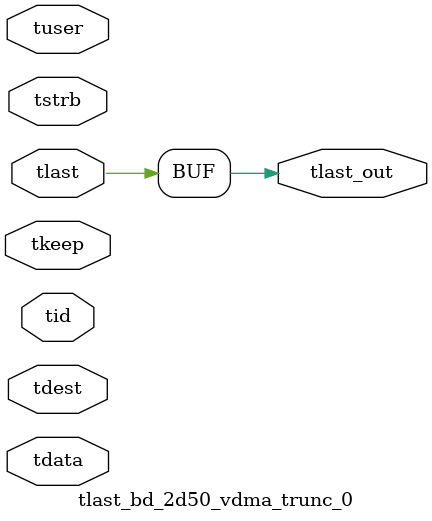
<source format=v>


`timescale 1ps/1ps

module tlast_bd_2d50_vdma_trunc_0 #
(
parameter C_S_AXIS_TID_WIDTH   = 1,
parameter C_S_AXIS_TUSER_WIDTH = 0,
parameter C_S_AXIS_TDATA_WIDTH = 0,
parameter C_S_AXIS_TDEST_WIDTH = 0
)
(
input  [(C_S_AXIS_TID_WIDTH   == 0 ? 1 : C_S_AXIS_TID_WIDTH)-1:0       ] tid,
input  [(C_S_AXIS_TDATA_WIDTH == 0 ? 1 : C_S_AXIS_TDATA_WIDTH)-1:0     ] tdata,
input  [(C_S_AXIS_TUSER_WIDTH == 0 ? 1 : C_S_AXIS_TUSER_WIDTH)-1:0     ] tuser,
input  [(C_S_AXIS_TDEST_WIDTH == 0 ? 1 : C_S_AXIS_TDEST_WIDTH)-1:0     ] tdest,
input  [(C_S_AXIS_TDATA_WIDTH/8)-1:0 ] tkeep,
input  [(C_S_AXIS_TDATA_WIDTH/8)-1:0 ] tstrb,
input  [0:0]                                                             tlast,
output                                                                   tlast_out
);

assign tlast_out = {tlast};

endmodule


</source>
